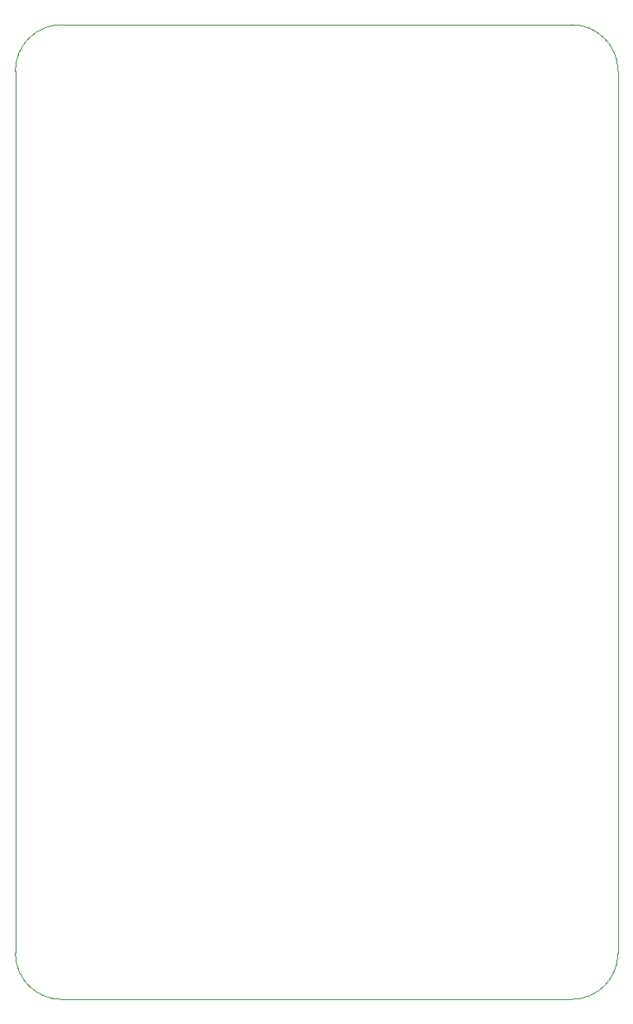
<source format=gm1>
G04 #@! TF.GenerationSoftware,KiCad,Pcbnew,9.0.1*
G04 #@! TF.CreationDate,2025-06-23T17:34:09-04:00*
G04 #@! TF.ProjectId,engiboard,656e6769-626f-4617-9264-2e6b69636164,rev?*
G04 #@! TF.SameCoordinates,Original*
G04 #@! TF.FileFunction,Profile,NP*
%FSLAX46Y46*%
G04 Gerber Fmt 4.6, Leading zero omitted, Abs format (unit mm)*
G04 Created by KiCad (PCBNEW 9.0.1) date 2025-06-23 17:34:09*
%MOMM*%
%LPD*%
G01*
G04 APERTURE LIST*
G04 #@! TA.AperFunction,Profile*
%ADD10C,0.050000*%
G04 #@! TD*
G04 APERTURE END LIST*
D10*
X200025000Y-133350000D02*
G75*
G02*
X195262500Y-138112500I-4762500J0D01*
G01*
X195262500Y-38100000D02*
X142875000Y-38100000D01*
X200025000Y-133350000D02*
X200025000Y-42862500D01*
X195262500Y-38100000D02*
G75*
G02*
X200025000Y-42862500I0J-4762500D01*
G01*
X138112500Y-133350000D02*
X138112500Y-42862500D01*
X142875000Y-138112500D02*
X195262500Y-138112550D01*
X142875000Y-138112500D02*
G75*
G02*
X138112500Y-133350000I0J4762500D01*
G01*
X138112500Y-42862500D02*
G75*
G02*
X142875000Y-38100000I4762500J0D01*
G01*
M02*

</source>
